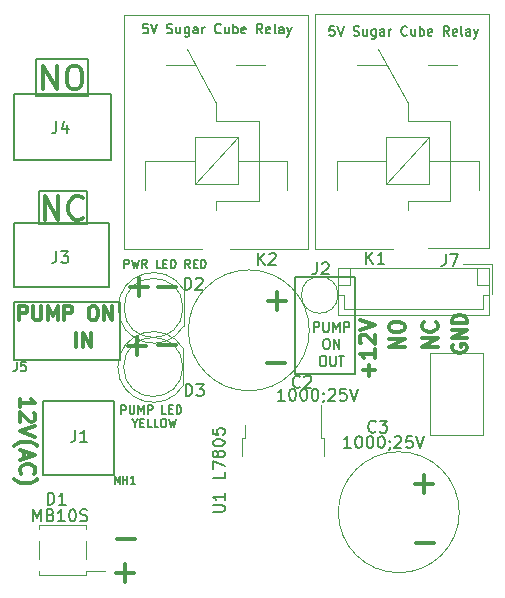
<source format=gbr>
G04 #@! TF.GenerationSoftware,KiCad,Pcbnew,(6.0.7)*
G04 #@! TF.CreationDate,2023-05-10T15:43:49+05:30*
G04 #@! TF.ProjectId,PS440V_to_5V,50533434-3056-45f7-946f-5f35562e6b69,rev?*
G04 #@! TF.SameCoordinates,Original*
G04 #@! TF.FileFunction,Legend,Top*
G04 #@! TF.FilePolarity,Positive*
%FSLAX46Y46*%
G04 Gerber Fmt 4.6, Leading zero omitted, Abs format (unit mm)*
G04 Created by KiCad (PCBNEW (6.0.7)) date 2023-05-10 15:43:49*
%MOMM*%
%LPD*%
G01*
G04 APERTURE LIST*
%ADD10C,0.150000*%
%ADD11C,0.175000*%
%ADD12C,0.300000*%
%ADD13C,0.200000*%
%ADD14C,0.120000*%
G04 APERTURE END LIST*
D10*
X112444408Y-98133476D02*
X116534502Y-98133476D01*
X116534502Y-98133476D02*
X116534502Y-100860205D01*
X116534502Y-100860205D02*
X112444408Y-100860205D01*
X112444408Y-100860205D02*
X112444408Y-98133476D01*
X112794598Y-115872905D02*
X118797773Y-115872905D01*
X118797773Y-115872905D02*
X118797773Y-122171318D01*
X118797773Y-122171318D02*
X112794598Y-122171318D01*
X112794598Y-122171318D02*
X112794598Y-115872905D01*
X110300000Y-107500000D02*
X119300000Y-107500000D01*
X119300000Y-107500000D02*
X119300000Y-112400000D01*
X119300000Y-112400000D02*
X110300000Y-112400000D01*
X110300000Y-112400000D02*
X110300000Y-107500000D01*
X134100000Y-105400000D02*
X139200000Y-105400000D01*
X139200000Y-105400000D02*
X139200000Y-113600000D01*
X139200000Y-113600000D02*
X134100000Y-113600000D01*
X134100000Y-113600000D02*
X134100000Y-105400000D01*
X112171735Y-86953886D02*
X116602670Y-86953886D01*
X116602670Y-86953886D02*
X116602670Y-90021456D01*
X116602670Y-90021456D02*
X112171735Y-90021456D01*
X112171735Y-90021456D02*
X112171735Y-86953886D01*
X110285074Y-100778858D02*
X118404122Y-100778858D01*
X118404122Y-100778858D02*
X118404122Y-106240762D01*
X118404122Y-106240762D02*
X110285074Y-106240762D01*
X110285074Y-106240762D02*
X110285074Y-100778858D01*
X110285074Y-89928858D02*
X118551741Y-89928858D01*
X118551741Y-89928858D02*
X118551741Y-95489175D01*
X118551741Y-95489175D02*
X110285074Y-95489175D01*
X110285074Y-95489175D02*
X110285074Y-89928858D01*
D11*
X119666666Y-104616666D02*
X119666666Y-103916666D01*
X119933333Y-103916666D01*
X120000000Y-103950000D01*
X120033333Y-103983333D01*
X120066666Y-104050000D01*
X120066666Y-104150000D01*
X120033333Y-104216666D01*
X120000000Y-104250000D01*
X119933333Y-104283333D01*
X119666666Y-104283333D01*
X120300000Y-103916666D02*
X120466666Y-104616666D01*
X120600000Y-104116666D01*
X120733333Y-104616666D01*
X120900000Y-103916666D01*
X121566666Y-104616666D02*
X121333333Y-104283333D01*
X121166666Y-104616666D02*
X121166666Y-103916666D01*
X121433333Y-103916666D01*
X121500000Y-103950000D01*
X121533333Y-103983333D01*
X121566666Y-104050000D01*
X121566666Y-104150000D01*
X121533333Y-104216666D01*
X121500000Y-104250000D01*
X121433333Y-104283333D01*
X121166666Y-104283333D01*
X122733333Y-104616666D02*
X122400000Y-104616666D01*
X122400000Y-103916666D01*
X122966666Y-104250000D02*
X123200000Y-104250000D01*
X123300000Y-104616666D02*
X122966666Y-104616666D01*
X122966666Y-103916666D01*
X123300000Y-103916666D01*
X123600000Y-104616666D02*
X123600000Y-103916666D01*
X123766666Y-103916666D01*
X123866666Y-103950000D01*
X123933333Y-104016666D01*
X123966666Y-104083333D01*
X124000000Y-104216666D01*
X124000000Y-104316666D01*
X123966666Y-104450000D01*
X123933333Y-104516666D01*
X123866666Y-104583333D01*
X123766666Y-104616666D01*
X123600000Y-104616666D01*
X125233333Y-104616666D02*
X125000000Y-104283333D01*
X124833333Y-104616666D02*
X124833333Y-103916666D01*
X125100000Y-103916666D01*
X125166666Y-103950000D01*
X125200000Y-103983333D01*
X125233333Y-104050000D01*
X125233333Y-104150000D01*
X125200000Y-104216666D01*
X125166666Y-104250000D01*
X125100000Y-104283333D01*
X124833333Y-104283333D01*
X125533333Y-104250000D02*
X125766666Y-104250000D01*
X125866666Y-104616666D02*
X125533333Y-104616666D01*
X125533333Y-103916666D01*
X125866666Y-103916666D01*
X126166666Y-104616666D02*
X126166666Y-103916666D01*
X126333333Y-103916666D01*
X126433333Y-103950000D01*
X126500000Y-104016666D01*
X126533333Y-104083333D01*
X126566666Y-104216666D01*
X126566666Y-104316666D01*
X126533333Y-104450000D01*
X126500000Y-104516666D01*
X126433333Y-104583333D01*
X126333333Y-104616666D01*
X126166666Y-104616666D01*
X119416666Y-116953166D02*
X119416666Y-116253166D01*
X119683333Y-116253166D01*
X119750000Y-116286500D01*
X119783333Y-116319833D01*
X119816666Y-116386500D01*
X119816666Y-116486500D01*
X119783333Y-116553166D01*
X119750000Y-116586500D01*
X119683333Y-116619833D01*
X119416666Y-116619833D01*
X120116666Y-116253166D02*
X120116666Y-116819833D01*
X120150000Y-116886500D01*
X120183333Y-116919833D01*
X120250000Y-116953166D01*
X120383333Y-116953166D01*
X120450000Y-116919833D01*
X120483333Y-116886500D01*
X120516666Y-116819833D01*
X120516666Y-116253166D01*
X120850000Y-116953166D02*
X120850000Y-116253166D01*
X121083333Y-116753166D01*
X121316666Y-116253166D01*
X121316666Y-116953166D01*
X121650000Y-116953166D02*
X121650000Y-116253166D01*
X121916666Y-116253166D01*
X121983333Y-116286500D01*
X122016666Y-116319833D01*
X122050000Y-116386500D01*
X122050000Y-116486500D01*
X122016666Y-116553166D01*
X121983333Y-116586500D01*
X121916666Y-116619833D01*
X121650000Y-116619833D01*
X123216666Y-116953166D02*
X122883333Y-116953166D01*
X122883333Y-116253166D01*
X123450000Y-116586500D02*
X123683333Y-116586500D01*
X123783333Y-116953166D02*
X123450000Y-116953166D01*
X123450000Y-116253166D01*
X123783333Y-116253166D01*
X124083333Y-116953166D02*
X124083333Y-116253166D01*
X124250000Y-116253166D01*
X124350000Y-116286500D01*
X124416666Y-116353166D01*
X124450000Y-116419833D01*
X124483333Y-116553166D01*
X124483333Y-116653166D01*
X124450000Y-116786500D01*
X124416666Y-116853166D01*
X124350000Y-116919833D01*
X124250000Y-116953166D01*
X124083333Y-116953166D01*
X120550000Y-117746833D02*
X120550000Y-118080166D01*
X120316666Y-117380166D02*
X120550000Y-117746833D01*
X120783333Y-117380166D01*
X121016666Y-117713500D02*
X121250000Y-117713500D01*
X121350000Y-118080166D02*
X121016666Y-118080166D01*
X121016666Y-117380166D01*
X121350000Y-117380166D01*
X121983333Y-118080166D02*
X121650000Y-118080166D01*
X121650000Y-117380166D01*
X122550000Y-118080166D02*
X122216666Y-118080166D01*
X122216666Y-117380166D01*
X122916666Y-117380166D02*
X123050000Y-117380166D01*
X123116666Y-117413500D01*
X123183333Y-117480166D01*
X123216666Y-117613500D01*
X123216666Y-117846833D01*
X123183333Y-117980166D01*
X123116666Y-118046833D01*
X123050000Y-118080166D01*
X122916666Y-118080166D01*
X122850000Y-118046833D01*
X122783333Y-117980166D01*
X122750000Y-117846833D01*
X122750000Y-117613500D01*
X122783333Y-117480166D01*
X122850000Y-117413500D01*
X122916666Y-117380166D01*
X123450000Y-117380166D02*
X123616666Y-118080166D01*
X123750000Y-117580166D01*
X123883333Y-118080166D01*
X124050000Y-117380166D01*
D12*
X131838095Y-107442857D02*
X133361904Y-107442857D01*
X132600000Y-108204761D02*
X132600000Y-106680952D01*
X140392857Y-113790476D02*
X140392857Y-112800000D01*
X140888095Y-113295238D02*
X139897619Y-113295238D01*
X140888095Y-111500000D02*
X140888095Y-112242857D01*
X140888095Y-111871428D02*
X139588095Y-111871428D01*
X139773809Y-111995238D01*
X139897619Y-112119047D01*
X139959523Y-112242857D01*
X139711904Y-111004761D02*
X139650000Y-110942857D01*
X139588095Y-110819047D01*
X139588095Y-110509523D01*
X139650000Y-110385714D01*
X139711904Y-110323809D01*
X139835714Y-110261904D01*
X139959523Y-110261904D01*
X140145238Y-110323809D01*
X140888095Y-111066666D01*
X140888095Y-110261904D01*
X139588095Y-109890476D02*
X140888095Y-109457142D01*
X139588095Y-109023809D01*
X147500000Y-111114285D02*
X147442857Y-111228571D01*
X147442857Y-111400000D01*
X147500000Y-111571428D01*
X147614285Y-111685714D01*
X147728571Y-111742857D01*
X147957142Y-111800000D01*
X148128571Y-111800000D01*
X148357142Y-111742857D01*
X148471428Y-111685714D01*
X148585714Y-111571428D01*
X148642857Y-111400000D01*
X148642857Y-111285714D01*
X148585714Y-111114285D01*
X148528571Y-111057142D01*
X148128571Y-111057142D01*
X148128571Y-111285714D01*
X148642857Y-110542857D02*
X147442857Y-110542857D01*
X148642857Y-109857142D01*
X147442857Y-109857142D01*
X148642857Y-109285714D02*
X147442857Y-109285714D01*
X147442857Y-109000000D01*
X147500000Y-108828571D01*
X147614285Y-108714285D01*
X147728571Y-108657142D01*
X147957142Y-108600000D01*
X148128571Y-108600000D01*
X148357142Y-108657142D01*
X148471428Y-108714285D01*
X148585714Y-108828571D01*
X148642857Y-109000000D01*
X148642857Y-109285714D01*
X143388095Y-111352380D02*
X142088095Y-111352380D01*
X143388095Y-110609523D01*
X142088095Y-110609523D01*
X142088095Y-109742857D02*
X142088095Y-109495238D01*
X142150000Y-109371428D01*
X142273809Y-109247619D01*
X142521428Y-109185714D01*
X142954761Y-109185714D01*
X143202380Y-109247619D01*
X143326190Y-109371428D01*
X143388095Y-109495238D01*
X143388095Y-109742857D01*
X143326190Y-109866666D01*
X143202380Y-109990476D01*
X142954761Y-110052380D01*
X142521428Y-110052380D01*
X142273809Y-109990476D01*
X142150000Y-109866666D01*
X142088095Y-109742857D01*
X110820523Y-116414174D02*
X110820523Y-115671317D01*
X110820523Y-116042746D02*
X112120523Y-116042746D01*
X111934809Y-115918936D01*
X111810999Y-115795126D01*
X111749095Y-115671317D01*
X111996714Y-116909412D02*
X112058619Y-116971317D01*
X112120523Y-117095126D01*
X112120523Y-117404650D01*
X112058619Y-117528460D01*
X111996714Y-117590365D01*
X111872904Y-117652269D01*
X111749095Y-117652269D01*
X111563380Y-117590365D01*
X110820523Y-116847507D01*
X110820523Y-117652269D01*
X112120523Y-118023698D02*
X110820523Y-118457031D01*
X112120523Y-118890365D01*
X110325285Y-119695126D02*
X110387190Y-119633222D01*
X110572904Y-119509412D01*
X110696714Y-119447507D01*
X110882428Y-119385603D01*
X111191952Y-119323698D01*
X111439571Y-119323698D01*
X111749095Y-119385603D01*
X111934809Y-119447507D01*
X112058619Y-119509412D01*
X112244333Y-119633222D01*
X112306238Y-119695126D01*
X111191952Y-120128460D02*
X111191952Y-120747507D01*
X110820523Y-120004650D02*
X112120523Y-120437984D01*
X110820523Y-120871317D01*
X110944333Y-122047507D02*
X110882428Y-121985603D01*
X110820523Y-121799888D01*
X110820523Y-121676079D01*
X110882428Y-121490365D01*
X111006238Y-121366555D01*
X111130047Y-121304650D01*
X111377666Y-121242746D01*
X111563380Y-121242746D01*
X111810999Y-121304650D01*
X111934809Y-121366555D01*
X112058619Y-121490365D01*
X112120523Y-121676079D01*
X112120523Y-121799888D01*
X112058619Y-121985603D01*
X111996714Y-122047507D01*
X110325285Y-122480841D02*
X110387190Y-122542746D01*
X110572904Y-122666555D01*
X110696714Y-122728460D01*
X110882428Y-122790365D01*
X111191952Y-122852269D01*
X111439571Y-122852269D01*
X111749095Y-122790365D01*
X111934809Y-122728460D01*
X112058619Y-122666555D01*
X112244333Y-122542746D01*
X112306238Y-122480841D01*
X146188095Y-111321428D02*
X144888095Y-111321428D01*
X146188095Y-110578571D01*
X144888095Y-110578571D01*
X146064285Y-109216666D02*
X146126190Y-109278571D01*
X146188095Y-109464285D01*
X146188095Y-109588095D01*
X146126190Y-109773809D01*
X146002380Y-109897619D01*
X145878571Y-109959523D01*
X145630952Y-110021428D01*
X145445238Y-110021428D01*
X145197619Y-109959523D01*
X145073809Y-109897619D01*
X144950000Y-109773809D01*
X144888095Y-109588095D01*
X144888095Y-109464285D01*
X144950000Y-109278571D01*
X145011904Y-109216666D01*
X119038095Y-127542857D02*
X120561904Y-127542857D01*
X131838095Y-107442857D02*
X133361904Y-107442857D01*
X132600000Y-108204761D02*
X132600000Y-106680952D01*
X115571428Y-111342857D02*
X115571428Y-110142857D01*
X116142857Y-111342857D02*
X116142857Y-110142857D01*
X116828571Y-111342857D01*
X116828571Y-110142857D01*
X120138095Y-106242857D02*
X121661904Y-106242857D01*
X120900000Y-107004761D02*
X120900000Y-105480952D01*
D13*
X135714285Y-110058142D02*
X135714285Y-109158142D01*
X136019047Y-109158142D01*
X136095238Y-109201000D01*
X136133333Y-109243857D01*
X136171428Y-109329571D01*
X136171428Y-109458142D01*
X136133333Y-109543857D01*
X136095238Y-109586714D01*
X136019047Y-109629571D01*
X135714285Y-109629571D01*
X136514285Y-109158142D02*
X136514285Y-109886714D01*
X136552380Y-109972428D01*
X136590476Y-110015285D01*
X136666666Y-110058142D01*
X136819047Y-110058142D01*
X136895238Y-110015285D01*
X136933333Y-109972428D01*
X136971428Y-109886714D01*
X136971428Y-109158142D01*
X137352380Y-110058142D02*
X137352380Y-109158142D01*
X137619047Y-109801000D01*
X137885714Y-109158142D01*
X137885714Y-110058142D01*
X138266666Y-110058142D02*
X138266666Y-109158142D01*
X138571428Y-109158142D01*
X138647619Y-109201000D01*
X138685714Y-109243857D01*
X138723809Y-109329571D01*
X138723809Y-109458142D01*
X138685714Y-109543857D01*
X138647619Y-109586714D01*
X138571428Y-109629571D01*
X138266666Y-109629571D01*
X136704761Y-110607142D02*
X136857142Y-110607142D01*
X136933333Y-110650000D01*
X137009523Y-110735714D01*
X137047619Y-110907142D01*
X137047619Y-111207142D01*
X137009523Y-111378571D01*
X136933333Y-111464285D01*
X136857142Y-111507142D01*
X136704761Y-111507142D01*
X136628571Y-111464285D01*
X136552380Y-111378571D01*
X136514285Y-111207142D01*
X136514285Y-110907142D01*
X136552380Y-110735714D01*
X136628571Y-110650000D01*
X136704761Y-110607142D01*
X137390476Y-111507142D02*
X137390476Y-110607142D01*
X137847619Y-111507142D01*
X137847619Y-110607142D01*
X136400000Y-112056142D02*
X136552380Y-112056142D01*
X136628571Y-112099000D01*
X136704761Y-112184714D01*
X136742857Y-112356142D01*
X136742857Y-112656142D01*
X136704761Y-112827571D01*
X136628571Y-112913285D01*
X136552380Y-112956142D01*
X136400000Y-112956142D01*
X136323809Y-112913285D01*
X136247619Y-112827571D01*
X136209523Y-112656142D01*
X136209523Y-112356142D01*
X136247619Y-112184714D01*
X136323809Y-112099000D01*
X136400000Y-112056142D01*
X137085714Y-112056142D02*
X137085714Y-112784714D01*
X137123809Y-112870428D01*
X137161904Y-112913285D01*
X137238095Y-112956142D01*
X137390476Y-112956142D01*
X137466666Y-112913285D01*
X137504761Y-112870428D01*
X137542857Y-112784714D01*
X137542857Y-112056142D01*
X137809523Y-112056142D02*
X138266666Y-112056142D01*
X138038095Y-112956142D02*
X138038095Y-112056142D01*
D12*
X112918026Y-100537938D02*
X112918026Y-98537938D01*
X114060883Y-100537938D01*
X114060883Y-98537938D01*
X116156121Y-100347462D02*
X116060883Y-100442700D01*
X115775169Y-100537938D01*
X115584693Y-100537938D01*
X115298978Y-100442700D01*
X115108502Y-100252224D01*
X115013264Y-100061748D01*
X114918026Y-99680796D01*
X114918026Y-99395081D01*
X115013264Y-99014129D01*
X115108502Y-98823653D01*
X115298978Y-98633177D01*
X115584693Y-98537938D01*
X115775169Y-98537938D01*
X116060883Y-98633177D01*
X116156121Y-98728415D01*
X144338095Y-127942857D02*
X145861904Y-127942857D01*
X144238095Y-122942857D02*
X145761904Y-122942857D01*
X145000000Y-123704761D02*
X145000000Y-122180952D01*
X110757142Y-109042857D02*
X110757142Y-107842857D01*
X111214285Y-107842857D01*
X111328571Y-107900000D01*
X111385714Y-107957142D01*
X111442857Y-108071428D01*
X111442857Y-108242857D01*
X111385714Y-108357142D01*
X111328571Y-108414285D01*
X111214285Y-108471428D01*
X110757142Y-108471428D01*
X111957142Y-107842857D02*
X111957142Y-108814285D01*
X112014285Y-108928571D01*
X112071428Y-108985714D01*
X112185714Y-109042857D01*
X112414285Y-109042857D01*
X112528571Y-108985714D01*
X112585714Y-108928571D01*
X112642857Y-108814285D01*
X112642857Y-107842857D01*
X113214285Y-109042857D02*
X113214285Y-107842857D01*
X113614285Y-108700000D01*
X114014285Y-107842857D01*
X114014285Y-109042857D01*
X114585714Y-109042857D02*
X114585714Y-107842857D01*
X115042857Y-107842857D01*
X115157142Y-107900000D01*
X115214285Y-107957142D01*
X115271428Y-108071428D01*
X115271428Y-108242857D01*
X115214285Y-108357142D01*
X115157142Y-108414285D01*
X115042857Y-108471428D01*
X114585714Y-108471428D01*
X116928571Y-107842857D02*
X117157142Y-107842857D01*
X117271428Y-107900000D01*
X117385714Y-108014285D01*
X117442857Y-108242857D01*
X117442857Y-108642857D01*
X117385714Y-108871428D01*
X117271428Y-108985714D01*
X117157142Y-109042857D01*
X116928571Y-109042857D01*
X116814285Y-108985714D01*
X116700000Y-108871428D01*
X116642857Y-108642857D01*
X116642857Y-108242857D01*
X116700000Y-108014285D01*
X116814285Y-107900000D01*
X116928571Y-107842857D01*
X117957142Y-109042857D02*
X117957142Y-107842857D01*
X118642857Y-109042857D01*
X118642857Y-107842857D01*
X131738095Y-112642857D02*
X133261904Y-112642857D01*
X118938095Y-130442857D02*
X120461904Y-130442857D01*
X119700000Y-131204761D02*
X119700000Y-129680952D01*
X122538095Y-111142857D02*
X124061904Y-111142857D01*
X122538095Y-106242857D02*
X124061904Y-106242857D01*
X112780952Y-89504761D02*
X112780952Y-87504761D01*
X113923809Y-89504761D01*
X113923809Y-87504761D01*
X115257142Y-87504761D02*
X115638095Y-87504761D01*
X115828571Y-87600000D01*
X116019047Y-87790476D01*
X116114285Y-88171428D01*
X116114285Y-88838095D01*
X116019047Y-89219047D01*
X115828571Y-89409523D01*
X115638095Y-89504761D01*
X115257142Y-89504761D01*
X115066666Y-89409523D01*
X114876190Y-89219047D01*
X114780952Y-88838095D01*
X114780952Y-88171428D01*
X114876190Y-87790476D01*
X115066666Y-87600000D01*
X115257142Y-87504761D01*
X119938095Y-111242857D02*
X121461904Y-111242857D01*
X120700000Y-112004761D02*
X120700000Y-110480952D01*
D10*
X127152380Y-125261904D02*
X127961904Y-125261904D01*
X128057142Y-125214285D01*
X128104761Y-125166666D01*
X128152380Y-125071428D01*
X128152380Y-124880952D01*
X128104761Y-124785714D01*
X128057142Y-124738095D01*
X127961904Y-124690476D01*
X127152380Y-124690476D01*
X128152380Y-123690476D02*
X128152380Y-124261904D01*
X128152380Y-123976190D02*
X127152380Y-123976190D01*
X127295238Y-124071428D01*
X127390476Y-124166666D01*
X127438095Y-124261904D01*
X128152380Y-121895238D02*
X128152380Y-122371428D01*
X127152380Y-122371428D01*
X127152380Y-121657142D02*
X127152380Y-120990476D01*
X128152380Y-121419047D01*
X127580952Y-120466666D02*
X127533333Y-120561904D01*
X127485714Y-120609523D01*
X127390476Y-120657142D01*
X127342857Y-120657142D01*
X127247619Y-120609523D01*
X127200000Y-120561904D01*
X127152380Y-120466666D01*
X127152380Y-120276190D01*
X127200000Y-120180952D01*
X127247619Y-120133333D01*
X127342857Y-120085714D01*
X127390476Y-120085714D01*
X127485714Y-120133333D01*
X127533333Y-120180952D01*
X127580952Y-120276190D01*
X127580952Y-120466666D01*
X127628571Y-120561904D01*
X127676190Y-120609523D01*
X127771428Y-120657142D01*
X127961904Y-120657142D01*
X128057142Y-120609523D01*
X128104761Y-120561904D01*
X128152380Y-120466666D01*
X128152380Y-120276190D01*
X128104761Y-120180952D01*
X128057142Y-120133333D01*
X127961904Y-120085714D01*
X127771428Y-120085714D01*
X127676190Y-120133333D01*
X127628571Y-120180952D01*
X127580952Y-120276190D01*
X127152380Y-119466666D02*
X127152380Y-119371428D01*
X127200000Y-119276190D01*
X127247619Y-119228571D01*
X127342857Y-119180952D01*
X127533333Y-119133333D01*
X127771428Y-119133333D01*
X127961904Y-119180952D01*
X128057142Y-119228571D01*
X128104761Y-119276190D01*
X128152380Y-119371428D01*
X128152380Y-119466666D01*
X128104761Y-119561904D01*
X128057142Y-119609523D01*
X127961904Y-119657142D01*
X127771428Y-119704761D01*
X127533333Y-119704761D01*
X127342857Y-119657142D01*
X127247619Y-119609523D01*
X127200000Y-119561904D01*
X127152380Y-119466666D01*
X127152380Y-118228571D02*
X127152380Y-118704761D01*
X127628571Y-118752380D01*
X127580952Y-118704761D01*
X127533333Y-118609523D01*
X127533333Y-118371428D01*
X127580952Y-118276190D01*
X127628571Y-118228571D01*
X127723809Y-118180952D01*
X127961904Y-118180952D01*
X128057142Y-118228571D01*
X128104761Y-118276190D01*
X128152380Y-118371428D01*
X128152380Y-118609523D01*
X128104761Y-118704761D01*
X128057142Y-118752380D01*
X113161904Y-124652380D02*
X113161904Y-123652380D01*
X113400000Y-123652380D01*
X113542857Y-123700000D01*
X113638095Y-123795238D01*
X113685714Y-123890476D01*
X113733333Y-124080952D01*
X113733333Y-124223809D01*
X113685714Y-124414285D01*
X113638095Y-124509523D01*
X113542857Y-124604761D01*
X113400000Y-124652380D01*
X113161904Y-124652380D01*
X114685714Y-124652380D02*
X114114285Y-124652380D01*
X114400000Y-124652380D02*
X114400000Y-123652380D01*
X114304761Y-123795238D01*
X114209523Y-123890476D01*
X114114285Y-123938095D01*
X111938095Y-126052380D02*
X111938095Y-125052380D01*
X112271428Y-125766666D01*
X112604761Y-125052380D01*
X112604761Y-126052380D01*
X113414285Y-125528571D02*
X113557142Y-125576190D01*
X113604761Y-125623809D01*
X113652380Y-125719047D01*
X113652380Y-125861904D01*
X113604761Y-125957142D01*
X113557142Y-126004761D01*
X113461904Y-126052380D01*
X113080952Y-126052380D01*
X113080952Y-125052380D01*
X113414285Y-125052380D01*
X113509523Y-125100000D01*
X113557142Y-125147619D01*
X113604761Y-125242857D01*
X113604761Y-125338095D01*
X113557142Y-125433333D01*
X113509523Y-125480952D01*
X113414285Y-125528571D01*
X113080952Y-125528571D01*
X114604761Y-126052380D02*
X114033333Y-126052380D01*
X114319047Y-126052380D02*
X114319047Y-125052380D01*
X114223809Y-125195238D01*
X114128571Y-125290476D01*
X114033333Y-125338095D01*
X115223809Y-125052380D02*
X115319047Y-125052380D01*
X115414285Y-125100000D01*
X115461904Y-125147619D01*
X115509523Y-125242857D01*
X115557142Y-125433333D01*
X115557142Y-125671428D01*
X115509523Y-125861904D01*
X115461904Y-125957142D01*
X115414285Y-126004761D01*
X115319047Y-126052380D01*
X115223809Y-126052380D01*
X115128571Y-126004761D01*
X115080952Y-125957142D01*
X115033333Y-125861904D01*
X114985714Y-125671428D01*
X114985714Y-125433333D01*
X115033333Y-125242857D01*
X115080952Y-125147619D01*
X115128571Y-125100000D01*
X115223809Y-125052380D01*
X115938095Y-126004761D02*
X116080952Y-126052380D01*
X116319047Y-126052380D01*
X116414285Y-126004761D01*
X116461904Y-125957142D01*
X116509523Y-125861904D01*
X116509523Y-125766666D01*
X116461904Y-125671428D01*
X116414285Y-125623809D01*
X116319047Y-125576190D01*
X116128571Y-125528571D01*
X116033333Y-125480952D01*
X115985714Y-125433333D01*
X115938095Y-125338095D01*
X115938095Y-125242857D01*
X115985714Y-125147619D01*
X116033333Y-125100000D01*
X116128571Y-125052380D01*
X116366666Y-125052380D01*
X116509523Y-125100000D01*
X124761904Y-106452380D02*
X124761904Y-105452380D01*
X125000000Y-105452380D01*
X125142857Y-105500000D01*
X125238095Y-105595238D01*
X125285714Y-105690476D01*
X125333333Y-105880952D01*
X125333333Y-106023809D01*
X125285714Y-106214285D01*
X125238095Y-106309523D01*
X125142857Y-106404761D01*
X125000000Y-106452380D01*
X124761904Y-106452380D01*
X125714285Y-105547619D02*
X125761904Y-105500000D01*
X125857142Y-105452380D01*
X126095238Y-105452380D01*
X126190476Y-105500000D01*
X126238095Y-105547619D01*
X126285714Y-105642857D01*
X126285714Y-105738095D01*
X126238095Y-105880952D01*
X125666666Y-106452380D01*
X126285714Y-106452380D01*
X140161904Y-104252380D02*
X140161904Y-103252380D01*
X140733333Y-104252380D02*
X140304761Y-103680952D01*
X140733333Y-103252380D02*
X140161904Y-103823809D01*
X141685714Y-104252380D02*
X141114285Y-104252380D01*
X141400000Y-104252380D02*
X141400000Y-103252380D01*
X141304761Y-103395238D01*
X141209523Y-103490476D01*
X141114285Y-103538095D01*
X137433333Y-84161904D02*
X137052380Y-84161904D01*
X137014285Y-84542857D01*
X137052380Y-84504761D01*
X137128571Y-84466666D01*
X137319047Y-84466666D01*
X137395238Y-84504761D01*
X137433333Y-84542857D01*
X137471428Y-84619047D01*
X137471428Y-84809523D01*
X137433333Y-84885714D01*
X137395238Y-84923809D01*
X137319047Y-84961904D01*
X137128571Y-84961904D01*
X137052380Y-84923809D01*
X137014285Y-84885714D01*
X137699999Y-84161904D02*
X137966666Y-84961904D01*
X138233333Y-84161904D01*
X139071428Y-84923809D02*
X139185714Y-84961904D01*
X139376190Y-84961904D01*
X139452380Y-84923809D01*
X139490476Y-84885714D01*
X139528571Y-84809523D01*
X139528571Y-84733333D01*
X139490476Y-84657142D01*
X139452380Y-84619047D01*
X139376190Y-84580952D01*
X139223809Y-84542857D01*
X139147619Y-84504761D01*
X139109523Y-84466666D01*
X139071428Y-84390476D01*
X139071428Y-84314285D01*
X139109523Y-84238095D01*
X139147619Y-84200000D01*
X139223809Y-84161904D01*
X139414285Y-84161904D01*
X139528571Y-84200000D01*
X140214285Y-84428571D02*
X140214285Y-84961904D01*
X139871428Y-84428571D02*
X139871428Y-84847619D01*
X139909523Y-84923809D01*
X139985714Y-84961904D01*
X140099999Y-84961904D01*
X140176190Y-84923809D01*
X140214285Y-84885714D01*
X140938095Y-84428571D02*
X140938095Y-85076190D01*
X140899999Y-85152380D01*
X140861904Y-85190476D01*
X140785714Y-85228571D01*
X140671428Y-85228571D01*
X140595238Y-85190476D01*
X140938095Y-84923809D02*
X140861904Y-84961904D01*
X140709523Y-84961904D01*
X140633333Y-84923809D01*
X140595238Y-84885714D01*
X140557142Y-84809523D01*
X140557142Y-84580952D01*
X140595238Y-84504761D01*
X140633333Y-84466666D01*
X140709523Y-84428571D01*
X140861904Y-84428571D01*
X140938095Y-84466666D01*
X141661904Y-84961904D02*
X141661904Y-84542857D01*
X141623809Y-84466666D01*
X141547619Y-84428571D01*
X141395238Y-84428571D01*
X141319047Y-84466666D01*
X141661904Y-84923809D02*
X141585714Y-84961904D01*
X141395238Y-84961904D01*
X141319047Y-84923809D01*
X141280952Y-84847619D01*
X141280952Y-84771428D01*
X141319047Y-84695238D01*
X141395238Y-84657142D01*
X141585714Y-84657142D01*
X141661904Y-84619047D01*
X142042857Y-84961904D02*
X142042857Y-84428571D01*
X142042857Y-84580952D02*
X142080952Y-84504761D01*
X142119047Y-84466666D01*
X142195238Y-84428571D01*
X142271428Y-84428571D01*
X143604761Y-84885714D02*
X143566666Y-84923809D01*
X143452380Y-84961904D01*
X143376190Y-84961904D01*
X143261904Y-84923809D01*
X143185714Y-84847619D01*
X143147619Y-84771428D01*
X143109523Y-84619047D01*
X143109523Y-84504761D01*
X143147619Y-84352380D01*
X143185714Y-84276190D01*
X143261904Y-84200000D01*
X143376190Y-84161904D01*
X143452380Y-84161904D01*
X143566666Y-84200000D01*
X143604761Y-84238095D01*
X144290476Y-84428571D02*
X144290476Y-84961904D01*
X143947619Y-84428571D02*
X143947619Y-84847619D01*
X143985714Y-84923809D01*
X144061904Y-84961904D01*
X144176190Y-84961904D01*
X144252380Y-84923809D01*
X144290476Y-84885714D01*
X144671428Y-84961904D02*
X144671428Y-84161904D01*
X144671428Y-84466666D02*
X144747619Y-84428571D01*
X144899999Y-84428571D01*
X144976190Y-84466666D01*
X145014285Y-84504761D01*
X145052380Y-84580952D01*
X145052380Y-84809523D01*
X145014285Y-84885714D01*
X144976190Y-84923809D01*
X144899999Y-84961904D01*
X144747619Y-84961904D01*
X144671428Y-84923809D01*
X145699999Y-84923809D02*
X145623809Y-84961904D01*
X145471428Y-84961904D01*
X145395238Y-84923809D01*
X145357142Y-84847619D01*
X145357142Y-84542857D01*
X145395238Y-84466666D01*
X145471428Y-84428571D01*
X145623809Y-84428571D01*
X145699999Y-84466666D01*
X145738095Y-84542857D01*
X145738095Y-84619047D01*
X145357142Y-84695238D01*
X147147619Y-84961904D02*
X146880952Y-84580952D01*
X146690476Y-84961904D02*
X146690476Y-84161904D01*
X146995238Y-84161904D01*
X147071428Y-84200000D01*
X147109523Y-84238095D01*
X147147619Y-84314285D01*
X147147619Y-84428571D01*
X147109523Y-84504761D01*
X147071428Y-84542857D01*
X146995238Y-84580952D01*
X146690476Y-84580952D01*
X147795238Y-84923809D02*
X147719047Y-84961904D01*
X147566666Y-84961904D01*
X147490476Y-84923809D01*
X147452380Y-84847619D01*
X147452380Y-84542857D01*
X147490476Y-84466666D01*
X147566666Y-84428571D01*
X147719047Y-84428571D01*
X147795238Y-84466666D01*
X147833333Y-84542857D01*
X147833333Y-84619047D01*
X147452380Y-84695238D01*
X148290476Y-84961904D02*
X148214285Y-84923809D01*
X148176190Y-84847619D01*
X148176190Y-84161904D01*
X148938095Y-84961904D02*
X148938095Y-84542857D01*
X148899999Y-84466666D01*
X148823809Y-84428571D01*
X148671428Y-84428571D01*
X148595238Y-84466666D01*
X148938095Y-84923809D02*
X148861904Y-84961904D01*
X148671428Y-84961904D01*
X148595238Y-84923809D01*
X148557142Y-84847619D01*
X148557142Y-84771428D01*
X148595238Y-84695238D01*
X148671428Y-84657142D01*
X148861904Y-84657142D01*
X148938095Y-84619047D01*
X149242857Y-84428571D02*
X149433333Y-84961904D01*
X149623809Y-84428571D02*
X149433333Y-84961904D01*
X149357142Y-85152380D01*
X149319047Y-85190476D01*
X149242857Y-85228571D01*
X130961904Y-104352380D02*
X130961904Y-103352380D01*
X131533333Y-104352380D02*
X131104761Y-103780952D01*
X131533333Y-103352380D02*
X130961904Y-103923809D01*
X131914285Y-103447619D02*
X131961904Y-103400000D01*
X132057142Y-103352380D01*
X132295238Y-103352380D01*
X132390476Y-103400000D01*
X132438095Y-103447619D01*
X132485714Y-103542857D01*
X132485714Y-103638095D01*
X132438095Y-103780952D01*
X131866666Y-104352380D01*
X132485714Y-104352380D01*
X121633333Y-83961904D02*
X121252380Y-83961904D01*
X121214285Y-84342857D01*
X121252380Y-84304761D01*
X121328571Y-84266666D01*
X121519047Y-84266666D01*
X121595238Y-84304761D01*
X121633333Y-84342857D01*
X121671428Y-84419047D01*
X121671428Y-84609523D01*
X121633333Y-84685714D01*
X121595238Y-84723809D01*
X121519047Y-84761904D01*
X121328571Y-84761904D01*
X121252380Y-84723809D01*
X121214285Y-84685714D01*
X121900000Y-83961904D02*
X122166666Y-84761904D01*
X122433333Y-83961904D01*
X123271428Y-84723809D02*
X123385714Y-84761904D01*
X123576190Y-84761904D01*
X123652380Y-84723809D01*
X123690476Y-84685714D01*
X123728571Y-84609523D01*
X123728571Y-84533333D01*
X123690476Y-84457142D01*
X123652380Y-84419047D01*
X123576190Y-84380952D01*
X123423809Y-84342857D01*
X123347619Y-84304761D01*
X123309523Y-84266666D01*
X123271428Y-84190476D01*
X123271428Y-84114285D01*
X123309523Y-84038095D01*
X123347619Y-84000000D01*
X123423809Y-83961904D01*
X123614285Y-83961904D01*
X123728571Y-84000000D01*
X124414285Y-84228571D02*
X124414285Y-84761904D01*
X124071428Y-84228571D02*
X124071428Y-84647619D01*
X124109523Y-84723809D01*
X124185714Y-84761904D01*
X124300000Y-84761904D01*
X124376190Y-84723809D01*
X124414285Y-84685714D01*
X125138095Y-84228571D02*
X125138095Y-84876190D01*
X125100000Y-84952380D01*
X125061904Y-84990476D01*
X124985714Y-85028571D01*
X124871428Y-85028571D01*
X124795238Y-84990476D01*
X125138095Y-84723809D02*
X125061904Y-84761904D01*
X124909523Y-84761904D01*
X124833333Y-84723809D01*
X124795238Y-84685714D01*
X124757142Y-84609523D01*
X124757142Y-84380952D01*
X124795238Y-84304761D01*
X124833333Y-84266666D01*
X124909523Y-84228571D01*
X125061904Y-84228571D01*
X125138095Y-84266666D01*
X125861904Y-84761904D02*
X125861904Y-84342857D01*
X125823809Y-84266666D01*
X125747619Y-84228571D01*
X125595238Y-84228571D01*
X125519047Y-84266666D01*
X125861904Y-84723809D02*
X125785714Y-84761904D01*
X125595238Y-84761904D01*
X125519047Y-84723809D01*
X125480952Y-84647619D01*
X125480952Y-84571428D01*
X125519047Y-84495238D01*
X125595238Y-84457142D01*
X125785714Y-84457142D01*
X125861904Y-84419047D01*
X126242857Y-84761904D02*
X126242857Y-84228571D01*
X126242857Y-84380952D02*
X126280952Y-84304761D01*
X126319047Y-84266666D01*
X126395238Y-84228571D01*
X126471428Y-84228571D01*
X127804761Y-84685714D02*
X127766666Y-84723809D01*
X127652380Y-84761904D01*
X127576190Y-84761904D01*
X127461904Y-84723809D01*
X127385714Y-84647619D01*
X127347619Y-84571428D01*
X127309523Y-84419047D01*
X127309523Y-84304761D01*
X127347619Y-84152380D01*
X127385714Y-84076190D01*
X127461904Y-84000000D01*
X127576190Y-83961904D01*
X127652380Y-83961904D01*
X127766666Y-84000000D01*
X127804761Y-84038095D01*
X128490476Y-84228571D02*
X128490476Y-84761904D01*
X128147619Y-84228571D02*
X128147619Y-84647619D01*
X128185714Y-84723809D01*
X128261904Y-84761904D01*
X128376190Y-84761904D01*
X128452380Y-84723809D01*
X128490476Y-84685714D01*
X128871428Y-84761904D02*
X128871428Y-83961904D01*
X128871428Y-84266666D02*
X128947619Y-84228571D01*
X129100000Y-84228571D01*
X129176190Y-84266666D01*
X129214285Y-84304761D01*
X129252380Y-84380952D01*
X129252380Y-84609523D01*
X129214285Y-84685714D01*
X129176190Y-84723809D01*
X129100000Y-84761904D01*
X128947619Y-84761904D01*
X128871428Y-84723809D01*
X129900000Y-84723809D02*
X129823809Y-84761904D01*
X129671428Y-84761904D01*
X129595238Y-84723809D01*
X129557142Y-84647619D01*
X129557142Y-84342857D01*
X129595238Y-84266666D01*
X129671428Y-84228571D01*
X129823809Y-84228571D01*
X129900000Y-84266666D01*
X129938095Y-84342857D01*
X129938095Y-84419047D01*
X129557142Y-84495238D01*
X131347619Y-84761904D02*
X131080952Y-84380952D01*
X130890476Y-84761904D02*
X130890476Y-83961904D01*
X131195238Y-83961904D01*
X131271428Y-84000000D01*
X131309523Y-84038095D01*
X131347619Y-84114285D01*
X131347619Y-84228571D01*
X131309523Y-84304761D01*
X131271428Y-84342857D01*
X131195238Y-84380952D01*
X130890476Y-84380952D01*
X131995238Y-84723809D02*
X131919047Y-84761904D01*
X131766666Y-84761904D01*
X131690476Y-84723809D01*
X131652380Y-84647619D01*
X131652380Y-84342857D01*
X131690476Y-84266666D01*
X131766666Y-84228571D01*
X131919047Y-84228571D01*
X131995238Y-84266666D01*
X132033333Y-84342857D01*
X132033333Y-84419047D01*
X131652380Y-84495238D01*
X132490476Y-84761904D02*
X132414285Y-84723809D01*
X132376190Y-84647619D01*
X132376190Y-83961904D01*
X133138095Y-84761904D02*
X133138095Y-84342857D01*
X133100000Y-84266666D01*
X133023809Y-84228571D01*
X132871428Y-84228571D01*
X132795238Y-84266666D01*
X133138095Y-84723809D02*
X133061904Y-84761904D01*
X132871428Y-84761904D01*
X132795238Y-84723809D01*
X132757142Y-84647619D01*
X132757142Y-84571428D01*
X132795238Y-84495238D01*
X132871428Y-84457142D01*
X133061904Y-84457142D01*
X133138095Y-84419047D01*
X133442857Y-84228571D02*
X133633333Y-84761904D01*
X133823809Y-84228571D02*
X133633333Y-84761904D01*
X133557142Y-84952380D01*
X133519047Y-84990476D01*
X133442857Y-85028571D01*
X113916666Y-92202380D02*
X113916666Y-92916666D01*
X113869047Y-93059523D01*
X113773809Y-93154761D01*
X113630952Y-93202380D01*
X113535714Y-93202380D01*
X114821428Y-92535714D02*
X114821428Y-93202380D01*
X114583333Y-92154761D02*
X114345238Y-92869047D01*
X114964285Y-92869047D01*
X113916666Y-103202380D02*
X113916666Y-103916666D01*
X113869047Y-104059523D01*
X113773809Y-104154761D01*
X113630952Y-104202380D01*
X113535714Y-104202380D01*
X114297619Y-103202380D02*
X114916666Y-103202380D01*
X114583333Y-103583333D01*
X114726190Y-103583333D01*
X114821428Y-103630952D01*
X114869047Y-103678571D01*
X114916666Y-103773809D01*
X114916666Y-104011904D01*
X114869047Y-104107142D01*
X114821428Y-104154761D01*
X114726190Y-104202380D01*
X114440476Y-104202380D01*
X114345238Y-104154761D01*
X114297619Y-104107142D01*
X115516666Y-118322380D02*
X115516666Y-119036666D01*
X115469047Y-119179523D01*
X115373809Y-119274761D01*
X115230952Y-119322380D01*
X115135714Y-119322380D01*
X116516666Y-119322380D02*
X115945238Y-119322380D01*
X116230952Y-119322380D02*
X116230952Y-118322380D01*
X116135714Y-118465238D01*
X116040476Y-118560476D01*
X115945238Y-118608095D01*
X124861904Y-115452380D02*
X124861904Y-114452380D01*
X125100000Y-114452380D01*
X125242857Y-114500000D01*
X125338095Y-114595238D01*
X125385714Y-114690476D01*
X125433333Y-114880952D01*
X125433333Y-115023809D01*
X125385714Y-115214285D01*
X125338095Y-115309523D01*
X125242857Y-115404761D01*
X125100000Y-115452380D01*
X124861904Y-115452380D01*
X125766666Y-114452380D02*
X126385714Y-114452380D01*
X126052380Y-114833333D01*
X126195238Y-114833333D01*
X126290476Y-114880952D01*
X126338095Y-114928571D01*
X126385714Y-115023809D01*
X126385714Y-115261904D01*
X126338095Y-115357142D01*
X126290476Y-115404761D01*
X126195238Y-115452380D01*
X125909523Y-115452380D01*
X125814285Y-115404761D01*
X125766666Y-115357142D01*
X134533333Y-114657142D02*
X134485714Y-114704761D01*
X134342857Y-114752380D01*
X134247619Y-114752380D01*
X134104761Y-114704761D01*
X134009523Y-114609523D01*
X133961904Y-114514285D01*
X133914285Y-114323809D01*
X133914285Y-114180952D01*
X133961904Y-113990476D01*
X134009523Y-113895238D01*
X134104761Y-113800000D01*
X134247619Y-113752380D01*
X134342857Y-113752380D01*
X134485714Y-113800000D01*
X134533333Y-113847619D01*
X134914285Y-113847619D02*
X134961904Y-113800000D01*
X135057142Y-113752380D01*
X135295238Y-113752380D01*
X135390476Y-113800000D01*
X135438095Y-113847619D01*
X135485714Y-113942857D01*
X135485714Y-114038095D01*
X135438095Y-114180952D01*
X134866666Y-114752380D01*
X135485714Y-114752380D01*
X133238095Y-115852380D02*
X132666666Y-115852380D01*
X132952380Y-115852380D02*
X132952380Y-114852380D01*
X132857142Y-114995238D01*
X132761904Y-115090476D01*
X132666666Y-115138095D01*
X133857142Y-114852380D02*
X133952380Y-114852380D01*
X134047619Y-114900000D01*
X134095238Y-114947619D01*
X134142857Y-115042857D01*
X134190476Y-115233333D01*
X134190476Y-115471428D01*
X134142857Y-115661904D01*
X134095238Y-115757142D01*
X134047619Y-115804761D01*
X133952380Y-115852380D01*
X133857142Y-115852380D01*
X133761904Y-115804761D01*
X133714285Y-115757142D01*
X133666666Y-115661904D01*
X133619047Y-115471428D01*
X133619047Y-115233333D01*
X133666666Y-115042857D01*
X133714285Y-114947619D01*
X133761904Y-114900000D01*
X133857142Y-114852380D01*
X134809523Y-114852380D02*
X134904761Y-114852380D01*
X135000000Y-114900000D01*
X135047619Y-114947619D01*
X135095238Y-115042857D01*
X135142857Y-115233333D01*
X135142857Y-115471428D01*
X135095238Y-115661904D01*
X135047619Y-115757142D01*
X135000000Y-115804761D01*
X134904761Y-115852380D01*
X134809523Y-115852380D01*
X134714285Y-115804761D01*
X134666666Y-115757142D01*
X134619047Y-115661904D01*
X134571428Y-115471428D01*
X134571428Y-115233333D01*
X134619047Y-115042857D01*
X134666666Y-114947619D01*
X134714285Y-114900000D01*
X134809523Y-114852380D01*
X135761904Y-114852380D02*
X135857142Y-114852380D01*
X135952380Y-114900000D01*
X136000000Y-114947619D01*
X136047619Y-115042857D01*
X136095238Y-115233333D01*
X136095238Y-115471428D01*
X136047619Y-115661904D01*
X136000000Y-115757142D01*
X135952380Y-115804761D01*
X135857142Y-115852380D01*
X135761904Y-115852380D01*
X135666666Y-115804761D01*
X135619047Y-115757142D01*
X135571428Y-115661904D01*
X135523809Y-115471428D01*
X135523809Y-115233333D01*
X135571428Y-115042857D01*
X135619047Y-114947619D01*
X135666666Y-114900000D01*
X135761904Y-114852380D01*
X136571428Y-115804761D02*
X136571428Y-115852380D01*
X136523809Y-115947619D01*
X136476190Y-115995238D01*
X136523809Y-115233333D02*
X136571428Y-115280952D01*
X136523809Y-115328571D01*
X136476190Y-115280952D01*
X136523809Y-115233333D01*
X136523809Y-115328571D01*
X136952380Y-114947619D02*
X137000000Y-114900000D01*
X137095238Y-114852380D01*
X137333333Y-114852380D01*
X137428571Y-114900000D01*
X137476190Y-114947619D01*
X137523809Y-115042857D01*
X137523809Y-115138095D01*
X137476190Y-115280952D01*
X136904761Y-115852380D01*
X137523809Y-115852380D01*
X138428571Y-114852380D02*
X137952380Y-114852380D01*
X137904761Y-115328571D01*
X137952380Y-115280952D01*
X138047619Y-115233333D01*
X138285714Y-115233333D01*
X138380952Y-115280952D01*
X138428571Y-115328571D01*
X138476190Y-115423809D01*
X138476190Y-115661904D01*
X138428571Y-115757142D01*
X138380952Y-115804761D01*
X138285714Y-115852380D01*
X138047619Y-115852380D01*
X137952380Y-115804761D01*
X137904761Y-115757142D01*
X138761904Y-114852380D02*
X139095238Y-115852380D01*
X139428571Y-114852380D01*
X118900000Y-122871428D02*
X118900000Y-122271428D01*
X119100000Y-122700000D01*
X119300000Y-122271428D01*
X119300000Y-122871428D01*
X119585714Y-122871428D02*
X119585714Y-122271428D01*
X119585714Y-122557142D02*
X119928571Y-122557142D01*
X119928571Y-122871428D02*
X119928571Y-122271428D01*
X120528571Y-122871428D02*
X120185714Y-122871428D01*
X120357142Y-122871428D02*
X120357142Y-122271428D01*
X120300000Y-122357142D01*
X120242857Y-122414285D01*
X120185714Y-122442857D01*
X146866666Y-103452380D02*
X146866666Y-104166666D01*
X146819047Y-104309523D01*
X146723809Y-104404761D01*
X146580952Y-104452380D01*
X146485714Y-104452380D01*
X147247619Y-103452380D02*
X147914285Y-103452380D01*
X147485714Y-104452380D01*
X110533333Y-112561904D02*
X110533333Y-113133333D01*
X110495238Y-113247619D01*
X110419047Y-113323809D01*
X110304761Y-113361904D01*
X110228571Y-113361904D01*
X111295238Y-112561904D02*
X110914285Y-112561904D01*
X110876190Y-112942857D01*
X110914285Y-112904761D01*
X110990476Y-112866666D01*
X111180952Y-112866666D01*
X111257142Y-112904761D01*
X111295238Y-112942857D01*
X111333333Y-113019047D01*
X111333333Y-113209523D01*
X111295238Y-113285714D01*
X111257142Y-113323809D01*
X111180952Y-113361904D01*
X110990476Y-113361904D01*
X110914285Y-113323809D01*
X110876190Y-113285714D01*
X140933333Y-118457142D02*
X140885714Y-118504761D01*
X140742857Y-118552380D01*
X140647619Y-118552380D01*
X140504761Y-118504761D01*
X140409523Y-118409523D01*
X140361904Y-118314285D01*
X140314285Y-118123809D01*
X140314285Y-117980952D01*
X140361904Y-117790476D01*
X140409523Y-117695238D01*
X140504761Y-117600000D01*
X140647619Y-117552380D01*
X140742857Y-117552380D01*
X140885714Y-117600000D01*
X140933333Y-117647619D01*
X141266666Y-117552380D02*
X141885714Y-117552380D01*
X141552380Y-117933333D01*
X141695238Y-117933333D01*
X141790476Y-117980952D01*
X141838095Y-118028571D01*
X141885714Y-118123809D01*
X141885714Y-118361904D01*
X141838095Y-118457142D01*
X141790476Y-118504761D01*
X141695238Y-118552380D01*
X141409523Y-118552380D01*
X141314285Y-118504761D01*
X141266666Y-118457142D01*
X138838095Y-119852380D02*
X138266666Y-119852380D01*
X138552380Y-119852380D02*
X138552380Y-118852380D01*
X138457142Y-118995238D01*
X138361904Y-119090476D01*
X138266666Y-119138095D01*
X139457142Y-118852380D02*
X139552380Y-118852380D01*
X139647619Y-118900000D01*
X139695238Y-118947619D01*
X139742857Y-119042857D01*
X139790476Y-119233333D01*
X139790476Y-119471428D01*
X139742857Y-119661904D01*
X139695238Y-119757142D01*
X139647619Y-119804761D01*
X139552380Y-119852380D01*
X139457142Y-119852380D01*
X139361904Y-119804761D01*
X139314285Y-119757142D01*
X139266666Y-119661904D01*
X139219047Y-119471428D01*
X139219047Y-119233333D01*
X139266666Y-119042857D01*
X139314285Y-118947619D01*
X139361904Y-118900000D01*
X139457142Y-118852380D01*
X140409523Y-118852380D02*
X140504761Y-118852380D01*
X140600000Y-118900000D01*
X140647619Y-118947619D01*
X140695238Y-119042857D01*
X140742857Y-119233333D01*
X140742857Y-119471428D01*
X140695238Y-119661904D01*
X140647619Y-119757142D01*
X140600000Y-119804761D01*
X140504761Y-119852380D01*
X140409523Y-119852380D01*
X140314285Y-119804761D01*
X140266666Y-119757142D01*
X140219047Y-119661904D01*
X140171428Y-119471428D01*
X140171428Y-119233333D01*
X140219047Y-119042857D01*
X140266666Y-118947619D01*
X140314285Y-118900000D01*
X140409523Y-118852380D01*
X141361904Y-118852380D02*
X141457142Y-118852380D01*
X141552380Y-118900000D01*
X141600000Y-118947619D01*
X141647619Y-119042857D01*
X141695238Y-119233333D01*
X141695238Y-119471428D01*
X141647619Y-119661904D01*
X141600000Y-119757142D01*
X141552380Y-119804761D01*
X141457142Y-119852380D01*
X141361904Y-119852380D01*
X141266666Y-119804761D01*
X141219047Y-119757142D01*
X141171428Y-119661904D01*
X141123809Y-119471428D01*
X141123809Y-119233333D01*
X141171428Y-119042857D01*
X141219047Y-118947619D01*
X141266666Y-118900000D01*
X141361904Y-118852380D01*
X142171428Y-119804761D02*
X142171428Y-119852380D01*
X142123809Y-119947619D01*
X142076190Y-119995238D01*
X142123809Y-119233333D02*
X142171428Y-119280952D01*
X142123809Y-119328571D01*
X142076190Y-119280952D01*
X142123809Y-119233333D01*
X142123809Y-119328571D01*
X142552380Y-118947619D02*
X142600000Y-118900000D01*
X142695238Y-118852380D01*
X142933333Y-118852380D01*
X143028571Y-118900000D01*
X143076190Y-118947619D01*
X143123809Y-119042857D01*
X143123809Y-119138095D01*
X143076190Y-119280952D01*
X142504761Y-119852380D01*
X143123809Y-119852380D01*
X144028571Y-118852380D02*
X143552380Y-118852380D01*
X143504761Y-119328571D01*
X143552380Y-119280952D01*
X143647619Y-119233333D01*
X143885714Y-119233333D01*
X143980952Y-119280952D01*
X144028571Y-119328571D01*
X144076190Y-119423809D01*
X144076190Y-119661904D01*
X144028571Y-119757142D01*
X143980952Y-119804761D01*
X143885714Y-119852380D01*
X143647619Y-119852380D01*
X143552380Y-119804761D01*
X143504761Y-119757142D01*
X144361904Y-118852380D02*
X144695238Y-119852380D01*
X145028571Y-118852380D01*
X135966666Y-104152380D02*
X135966666Y-104866666D01*
X135919047Y-105009523D01*
X135823809Y-105104761D01*
X135680952Y-105152380D01*
X135585714Y-105152380D01*
X136395238Y-104247619D02*
X136442857Y-104200000D01*
X136538095Y-104152380D01*
X136776190Y-104152380D01*
X136871428Y-104200000D01*
X136919047Y-104247619D01*
X136966666Y-104342857D01*
X136966666Y-104438095D01*
X136919047Y-104580952D01*
X136347619Y-105152380D01*
X136966666Y-105152380D01*
D14*
X129650000Y-120530000D02*
X129650000Y-119030000D01*
X129650000Y-119030000D02*
X129920000Y-119030000D01*
X136280000Y-119030000D02*
X136280000Y-116200000D01*
X136550000Y-120530000D02*
X136550000Y-119030000D01*
X129920000Y-119030000D02*
X129920000Y-117930000D01*
X136550000Y-119030000D02*
X136280000Y-119030000D01*
X116400000Y-130300000D02*
X116400000Y-130650000D01*
X116400000Y-126350000D02*
X112400000Y-126350000D01*
X116400000Y-130300000D02*
X118000000Y-130300000D01*
X112400000Y-126350000D02*
X112400000Y-126700000D01*
X112400000Y-130650000D02*
X112400000Y-130300000D01*
X116400000Y-127750000D02*
X116400000Y-129250000D01*
X116400000Y-126700000D02*
X116400000Y-126350000D01*
X112400000Y-127750000D02*
X112400000Y-129250000D01*
X116400000Y-130650000D02*
X112400000Y-130650000D01*
X124690000Y-109545000D02*
X124690000Y-106455000D01*
X124690000Y-106455170D02*
G75*
G03*
X119140000Y-108000462I-2560000J-1544830D01*
G01*
X119140000Y-107999538D02*
G75*
G03*
X124690000Y-109544830I2990000J-462D01*
G01*
X124630000Y-108000000D02*
G75*
G03*
X124630000Y-108000000I-2500000J0D01*
G01*
X141850000Y-93550000D02*
X145450000Y-93550000D01*
X147800000Y-87450000D02*
X145350000Y-87450000D01*
X149650000Y-98050000D02*
X149650000Y-95550000D01*
X143650000Y-90650000D02*
X141150000Y-86050000D01*
X145450000Y-95550000D02*
X149650000Y-95550000D01*
X143650000Y-92150000D02*
X147250000Y-92150000D01*
X141850000Y-97550000D02*
X141850000Y-93550000D01*
X135800000Y-103000000D02*
X142400000Y-103000000D01*
X137650000Y-95550000D02*
X137650000Y-98050000D01*
X145450000Y-93550000D02*
X145450000Y-97550000D01*
X143650000Y-98950000D02*
X143650000Y-99750000D01*
X137650000Y-95550000D02*
X141850000Y-95550000D01*
X150500000Y-102950000D02*
X145350000Y-102950000D01*
X150500000Y-83150000D02*
X150500000Y-102950000D01*
X145450000Y-93550000D02*
X141850000Y-97550000D01*
X135800000Y-83150000D02*
X150500000Y-83150000D01*
X139400000Y-87450000D02*
X141900000Y-87450000D01*
X143650000Y-98950000D02*
X147250000Y-98950000D01*
X143650000Y-92150000D02*
X143650000Y-90650000D01*
X147250000Y-92150000D02*
X147250000Y-98950000D01*
X135800000Y-103000000D02*
X135800000Y-83200000D01*
X145450000Y-97550000D02*
X141850000Y-97550000D01*
X127450000Y-98950000D02*
X131050000Y-98950000D01*
X127450000Y-92150000D02*
X127450000Y-90650000D01*
X129250000Y-95550000D02*
X133450000Y-95550000D01*
X125650000Y-97550000D02*
X125650000Y-93550000D01*
X131600000Y-87450000D02*
X129150000Y-87450000D01*
X127450000Y-92150000D02*
X131050000Y-92150000D01*
X127450000Y-98950000D02*
X127450000Y-99750000D01*
X127450000Y-90650000D02*
X124950000Y-86050000D01*
X129250000Y-93550000D02*
X125650000Y-97550000D01*
X128600000Y-103000000D02*
X135200000Y-103000000D01*
X129250000Y-97550000D02*
X125650000Y-97550000D01*
X121450000Y-95550000D02*
X121450000Y-98050000D01*
X131050000Y-92150000D02*
X131050000Y-98950000D01*
X125650000Y-93550000D02*
X129250000Y-93550000D01*
X135200000Y-83200000D02*
X135200000Y-103000000D01*
X119600000Y-83200000D02*
X135200000Y-83200000D01*
X119600000Y-103000000D02*
X126200000Y-103000000D01*
X129250000Y-93550000D02*
X129250000Y-97550000D01*
X123200000Y-87450000D02*
X125700000Y-87450000D01*
X133450000Y-98050000D02*
X133450000Y-95550000D01*
X121450000Y-95550000D02*
X125650000Y-95550000D01*
X119600000Y-103000000D02*
X119600000Y-83200000D01*
X124665000Y-114545000D02*
X124665000Y-111455000D01*
X124665000Y-111455170D02*
G75*
G03*
X119115000Y-113000462I-2560000J-1544830D01*
G01*
X119115000Y-112999538D02*
G75*
G03*
X124665000Y-114544830I2990000J-462D01*
G01*
X124605000Y-113000000D02*
G75*
G03*
X124605000Y-113000000I-2500000J0D01*
G01*
X135320000Y-109900000D02*
G75*
G03*
X135320000Y-109900000I-5120000J0D01*
G01*
X150810000Y-106790000D02*
X150810000Y-104290000D01*
X137790000Y-106090000D02*
X138790000Y-106090000D01*
X150010000Y-106900000D02*
X150010000Y-108110000D01*
X137790000Y-108610000D02*
X150510000Y-108610000D01*
X150010000Y-108110000D02*
X138290000Y-108110000D01*
X150810000Y-104290000D02*
X148310000Y-104290000D01*
X137790000Y-104590000D02*
X137790000Y-108610000D01*
X150510000Y-106900000D02*
X150010000Y-106900000D01*
X150510000Y-108610000D02*
X150510000Y-104590000D01*
X149510000Y-106090000D02*
X149510000Y-104590000D01*
X138290000Y-108110000D02*
X138290000Y-106900000D01*
X138290000Y-106900000D02*
X137790000Y-106900000D01*
X150510000Y-104590000D02*
X137790000Y-104590000D01*
X150510000Y-106090000D02*
X149510000Y-106090000D01*
X138790000Y-106090000D02*
X138790000Y-104590000D01*
X145550000Y-111800000D02*
X150050000Y-111800000D01*
X150050000Y-111800000D02*
X150050000Y-118800000D01*
X150050000Y-118800000D02*
X145550000Y-118800000D01*
X145550000Y-118800000D02*
X145550000Y-111800000D01*
X148020000Y-125300000D02*
G75*
G03*
X148020000Y-125300000I-5120000J0D01*
G01*
X137750806Y-106900000D02*
G75*
G03*
X137750806Y-106900000I-1550806J0D01*
G01*
M02*

</source>
